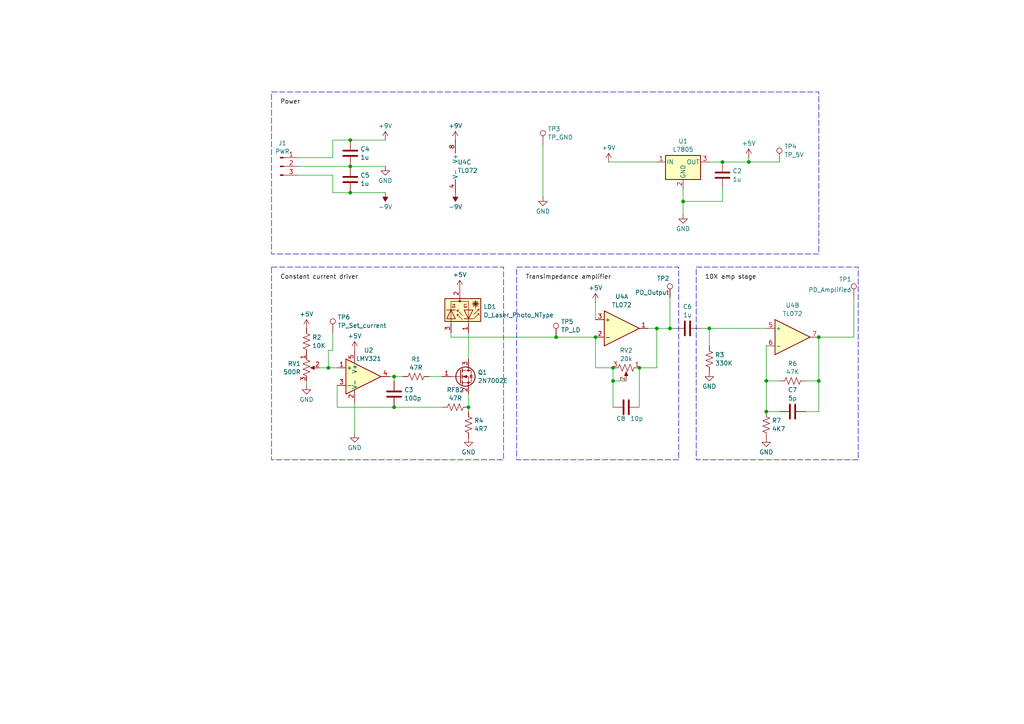
<source format=kicad_sch>
(kicad_sch (version 20250114) (generator "eeschema") (generator_version "9.0")
  (paper "A4")
  (lib_symbols
    (symbol "Amplifier_Operational:LMV321" (pin_names (offset 0.127))
      (property "Reference" "U" (at 0 5.08 0))
      (property "Value" "LMV321" (at 0 -5.08 0))
      (symbol "LMV321_0_1"
        (polyline (pts (xy -5.08 5.08) (xy 5.08 0) (xy -5.08 -5.08) (xy -5.08 5.08)) (stroke (width 0.254)) (fill (type background)))
        (pin power_in line (at -2.54 7.62 270) (length 3.81) (name "V+") (number "5"))
        (pin power_in line (at -2.54 -7.62 90) (length 3.81) (name "V-") (number "2"))
      )
      (symbol "LMV321_1_1"
        (pin input line (at -7.62 2.54 0) (length 2.54) (name "+") (number "1"))
        (pin input line (at -7.62 -2.54 0) (length 2.54) (name "-") (number "3"))
        (pin output line (at 7.62 0 180) (length 2.54) (name "~") (number "4"))
      )
    )
    (symbol "Amplifier_Operational:TL072" (pin_names (offset 0.127))
      (property "Reference" "U" (at 0 5.08 0))
      (property "Value" "TL072" (at 0 -5.08 0))
      (symbol "TL072_1_1"
        (polyline (pts (xy -5.08 5.08) (xy 5.08 0) (xy -5.08 -5.08) (xy -5.08 5.08)) (stroke (width 0.254)) (fill (type background)))
        (pin input line (at -7.62 2.54 0) (length 2.54) (name "+") (number "3"))
        (pin input line (at -7.62 -2.54 0) (length 2.54) (name "-") (number "2"))
        (pin output line (at 7.62 0 180) (length 2.54) (name "~") (number "1"))
      )
      (symbol "TL072_2_1"
        (polyline (pts (xy -5.08 5.08) (xy 5.08 0) (xy -5.08 -5.08) (xy -5.08 5.08)) (stroke (width 0.254)) (fill (type background)))
        (pin input line (at -7.62 2.54 0) (length 2.54) (name "+") (number "5"))
        (pin input line (at -7.62 -2.54 0) (length 2.54) (name "-") (number "6"))
        (pin output line (at 7.62 0 180) (length 2.54) (name "~") (number "7"))
      )
      (symbol "TL072_3_1"
        (pin power_in line (at -2.54 7.62 270) (length 3.81) (name "V+") (number "8"))
        (pin power_in line (at -2.54 -7.62 90) (length 3.81) (name "V-") (number "4"))
      )
    )
    (symbol "Connector:Conn_01x03_Pin" (pin_names (offset 1.016) (hide yes))
      (property "Reference" "J" (at 0 5.08 0))
      (property "Value" "Conn_01x03_Pin" (at 0 -5.08 0))
      (symbol "Conn_01x03_Pin_1_1"
        (rectangle (start 0.8636 2.667) (end 0 2.413) (stroke (width 0.1524)) (fill (type outline)))
        (rectangle (start 0.8636 0.127) (end 0 -0.127) (stroke (width 0.1524)) (fill (type outline)))
        (rectangle (start 0.8636 -2.413) (end 0 -2.667) (stroke (width 0.1524)) (fill (type outline)))
        (polyline (pts (xy 1.27 2.54) (xy 0.8636 2.54)) (stroke (width 0.1524)))
        (polyline (pts (xy 1.27 0) (xy 0.8636 0)) (stroke (width 0.1524)))
        (polyline (pts (xy 1.27 -2.54) (xy 0.8636 -2.54)) (stroke (width 0.1524)))
        (pin passive line (at 5.08 2.54 180) (length 3.81) (name "Pin_1") (number "1"))
        (pin passive line (at 5.08 0 180) (length 3.81) (name "Pin_2") (number "2"))
        (pin passive line (at 5.08 -2.54 180) (length 3.81) (name "Pin_3") (number "3"))
      )
    )
    (symbol "Connector:TestPoint" (pin_numbers (hide yes)) (pin_names (offset 0.762) (hide yes))
      (property "Reference" "TP" (at 0 6.858 0))
      (property "Value" "TestPoint" (at 0 5.08 0))
      (symbol "TestPoint_0_1"
        (circle (center 0 3.302) (radius 0.762))
      )
      (symbol "TestPoint_1_1"
        (pin passive line (at 0 0 90) (length 2.54) (name "1") (number "1"))
      )
    )
    (symbol "Device:C" (pin_numbers (hide yes)) (pin_names (offset 0.254))
      (property "Reference" "C" (at 0.635 2.54 0))
      (property "Value" "C" (at 0.635 -2.54 0))
      (symbol "C_0_1"
        (polyline (pts (xy -2.032 0.762) (xy 2.032 0.762)) (stroke (width 0.508)))
        (polyline (pts (xy -2.032 -0.762) (xy 2.032 -0.762)) (stroke (width 0.508)))
      )
      (symbol "C_1_1"
        (pin passive line (at 0 3.81 270) (length 2.794) (name "~") (number "1"))
        (pin passive line (at 0 -3.81 90) (length 2.794) (name "~") (number "2"))
      )
    )
    (symbol "Device:D_Laser_Photo_NType" (pin_names (hide yes))
      (property "Reference" "LD" (at 1.016 7.112 0))
      (property "Value" "D_Laser_Photo_NType" (at 1.016 -5.588 0))
      (symbol "D_Laser_Photo_NType_0_1"
        (polyline (pts (xy -2.54 0) (xy -1.524 0)))
        (polyline (pts (xy -1.524 5.334) (xy 0 3.81)))
        (polyline (pts (xy -1.524 4.826) (xy 0 4.318)))
        (polyline (pts (xy -1.524 4.318) (xy 0 4.826)))
        (polyline (pts (xy -1.524 3.81) (xy 0 5.334)))
        (circle (center -1.524 0) (radius 0.254) (fill (type outline)))
        (polyline (pts (xy -1.016 5.334) (xy -0.508 3.81)))
        (polyline (pts (xy -0.762 4.572) (xy -0.762 5.588)))
        (polyline (pts (xy -0.762 4.572) (xy -0.762 3.556)))
        (polyline (pts (xy -0.635 2.032) (xy -0.635 1.27) (xy -0.254 1.27)))
        (polyline (pts (xy -0.635 -1.397) (xy -0.635 -2.159)))
        (arc (start -0.508 -1.397) (mid -0.3298 -1.5875) (end -0.508 -1.778))
        (polyline (pts (xy -0.508 5.334) (xy -1.016 3.81)))
        (arc (start 0 2.032) (mid 0.3794 1.651) (end 0 1.27))
        (arc (start 0 -1.397) (mid 0.3794 -1.778) (end 0 -2.159))
        (polyline (pts (xy 0 2.032) (xy 0 1.27)))
        (polyline (pts (xy 0 -1.397) (xy 0 -2.159)))
        (polyline (pts (xy 0.762 5.588) (xy 1.27 5.588)))
        (polyline (pts (xy 0.762 4.572) (xy -1.778 4.572)))
        (polyline (pts (xy 1.016 -0.762) (xy 1.524 -0.762)))
        (polyline (pts (xy 1.016 -1.27) (xy 1.016 -3.81)) (stroke (width 0.2032)))
        (polyline (pts (xy 2.286 4.064) (xy 0.762 5.588) (xy 0.762 5.08)))
        (polyline (pts (xy 2.54 0.762) (xy 1.016 -0.762) (xy 1.016 -0.254)))
        (polyline (pts (xy 3.556 4.064) (xy 2.032 5.588) (xy 2.032 5.08) (xy 2.032 5.588) (xy 2.54 5.588)))
        (polyline (pts (xy 3.556 3.81) (xy 3.556 1.27)) (stroke (width 0.2032)))
        (polyline (pts (xy 3.556 -1.27) (xy 3.556 -3.81) (xy 1.016 -2.54) (xy 3.556 -1.27)) (stroke (width 0.2032)))
        (polyline (pts (xy 3.81 0.762) (xy 2.286 -0.762) (xy 2.286 -0.254) (xy 2.286 -0.762) (xy 2.794 -0.762)))
        (rectangle (start 4.318 6.096) (end -2.286 -4.318) (stroke (width 0.254)) (fill (type background)))
        (polyline (pts (xy 5.08 2.54) (xy -1.524 2.54) (xy -1.524 -2.54) (xy 5.08 -2.54)))
      )
      (symbol "D_Laser_Photo_NType_1_1"
        (polyline (pts (xy 1.016 3.81) (xy 1.016 1.27) (xy 3.556 2.54) (xy 1.016 3.81)) (stroke (width 0.2032)))
        (pin passive line (at -5.08 0 0) (length 2.54) (name "~") (number "2"))
        (pin passive line (at 7.62 2.54 180) (length 2.54) (name "~") (number "1"))
        (pin passive line (at 7.62 -2.54 180) (length 2.54) (name "~") (number "3"))
      )
    )
    (symbol "Device:R_Potentiometer_US" (pin_names (offset 1.016) (hide yes))
      (property "Reference" "RV" (at -4.445 0 90))
      (property "Value" "R_Potentiometer_US" (at -2.54 0 90))
      (symbol "R_Potentiometer_US_0_1"
        (polyline (pts (xy 0 2.54) (xy 0 2.286)))
        (polyline (pts (xy 0 2.286) (xy 1.016 1.905) (xy 0 1.524) (xy -1.016 1.143) (xy 0 0.762)))
        (polyline (pts (xy 0 0.762) (xy 1.016 0.381) (xy 0 0) (xy -1.016 -0.381) (xy 0 -0.762)))
        (polyline (pts (xy 0 -0.762) (xy 1.016 -1.143) (xy 0 -1.524) (xy -1.016 -1.905) (xy 0 -2.286)))
        (polyline (pts (xy 0 -2.286) (xy 0 -2.54)))
        (polyline (pts (xy 1.143 0) (xy 2.286 0.508) (xy 2.286 -0.508) (xy 1.143 0)) (fill (type outline)))
        (polyline (pts (xy 2.54 0) (xy 1.524 0)))
      )
      (symbol "R_Potentiometer_US_1_1"
        (pin passive line (at 0 3.81 270) (length 1.27) (name "1") (number "1"))
        (pin passive line (at 0 -3.81 90) (length 1.27) (name "3") (number "3"))
        (pin passive line (at 3.81 0 180) (length 1.27) (name "2") (number "2"))
      )
    )
    (symbol "Device:R_US" (pin_numbers (hide yes)) (pin_names (offset 0))
      (property "Reference" "R" (at 2.54 0 90))
      (property "Value" "R_US" (at -2.54 0 90))
      (symbol "R_US_0_1"
        (polyline (pts (xy 0 2.286) (xy 0 2.54)))
        (polyline (pts (xy 0 2.286) (xy 1.016 1.905) (xy 0 1.524) (xy -1.016 1.143) (xy 0 0.762)))
        (polyline (pts (xy 0 0.762) (xy 1.016 0.381) (xy 0 0) (xy -1.016 -0.381) (xy 0 -0.762)))
        (polyline (pts (xy 0 -0.762) (xy 1.016 -1.143) (xy 0 -1.524) (xy -1.016 -1.905) (xy 0 -2.286)))
        (polyline (pts (xy 0 -2.286) (xy 0 -2.54)))
      )
      (symbol "R_US_1_1"
        (pin passive line (at 0 3.81 270) (length 1.27) (name "~") (number "1"))
        (pin passive line (at 0 -3.81 90) (length 1.27) (name "~") (number "2"))
      )
    )
    (symbol "Regulator_Linear:L7805" (pin_names (offset 0.254))
      (property "Reference" "U" (at -3.81 3.175 0))
      (property "Value" "L7805" (at 0 3.175 0))
      (symbol "L7805_0_1"
        (rectangle (start -5.08 1.905) (end 5.08 -5.08) (stroke (width 0.254)) (fill (type background)))
      )
      (symbol "L7805_1_1"
        (pin power_in line (at -7.62 0 0) (length 2.54) (name "IN") (number "1"))
        (pin power_in line (at 0 -7.62 90) (length 2.54) (name "GND") (number "2"))
        (pin power_out line (at 7.62 0 180) (length 2.54) (name "OUT") (number "3"))
      )
    )
    (symbol "Transistor_FET:2N7002E" (pin_names (offset 0) (hide yes))
      (property "Reference" "Q" (at 5.08 1.905 0))
      (property "Value" "2N7002E" (at 5.08 0 0))
      (symbol "2N7002E_0_1"
        (polyline (pts (xy 0.254 1.905) (xy 0.254 -1.905)) (stroke (width 0.254)))
        (polyline (pts (xy 0.254 0) (xy -2.54 0)))
        (polyline (pts (xy 0.762 2.286) (xy 0.762 1.27)) (stroke (width 0.254)))
        (polyline (pts (xy 0.762 0.508) (xy 0.762 -0.508)) (stroke (width 0.254)))
        (polyline (pts (xy 0.762 -1.27) (xy 0.762 -2.286)) (stroke (width 0.254)))
        (polyline (pts (xy 0.762 -1.778) (xy 3.302 -1.778) (xy 3.302 1.778) (xy 0.762 1.778)))
        (polyline (pts (xy 1.016 0) (xy 2.032 0.381) (xy 2.032 -0.381) (xy 1.016 0)) (fill (type outline)))
        (circle (center 1.651 0) (radius 2.794) (stroke (width 0.254)))
        (polyline (pts (xy 2.54 2.54) (xy 2.54 1.778)))
        (circle (center 2.54 1.778) (radius 0.254) (fill (type outline)))
        (circle (center 2.54 -1.778) (radius 0.254) (fill (type outline)))
        (polyline (pts (xy 2.54 -2.54) (xy 2.54 0) (xy 0.762 0)))
        (polyline (pts (xy 2.921 0.381) (xy 3.683 0.381)))
        (polyline (pts (xy 3.302 0.381) (xy 2.921 -0.254) (xy 3.683 -0.254) (xy 3.302 0.381)))
      )
      (symbol "2N7002E_1_1"
        (pin input line (at -5.08 0 0) (length 2.54) (name "G") (number "1"))
        (pin passive line (at 2.54 5.08 270) (length 2.54) (name "D") (number "3"))
        (pin passive line (at 2.54 -5.08 90) (length 2.54) (name "S") (number "2"))
      )
    )
    (symbol "power:+5V" (power) (pin_numbers (hide yes)) (pin_names (offset 0) (hide yes))
      (property "Value" "+5V" (at 0 3.556 0))
      (symbol "+5V_0_1"
        (polyline (pts (xy -0.762 1.27) (xy 0 2.54)))
        (polyline (pts (xy 0 2.54) (xy 0.762 1.27)))
        (polyline (pts (xy 0 0) (xy 0 2.54)))
      )
      (symbol "+5V_1_1"
        (pin power_in line (at 0 0 90) (length 0) (name "~") (number "1"))
      )
    )
    (symbol "power:+9V" (power) (pin_numbers (hide yes)) (pin_names (offset 0) (hide yes))
      (property "Value" "+9V" (at 0 3.556 0))
      (symbol "+9V_0_1"
        (polyline (pts (xy -0.762 1.27) (xy 0 2.54)))
        (polyline (pts (xy 0 2.54) (xy 0.762 1.27)))
        (polyline (pts (xy 0 0) (xy 0 2.54)))
      )
      (symbol "+9V_1_1"
        (pin power_in line (at 0 0 90) (length 0) (name "~") (number "1"))
      )
    )
    (symbol "power:-9V" (power) (pin_numbers (hide yes)) (pin_names (offset 0) (hide yes))
      (property "Value" "-9V" (at 0 3.556 0))
      (symbol "-9V_0_1"
        (polyline (pts (xy 0 0) (xy 0 2.54)))
        (polyline (pts (xy 0.762 1.27) (xy -0.762 1.27) (xy 0 2.54) (xy 0.762 1.27)) (fill (type outline)))
      )
      (symbol "-9V_1_1"
        (pin power_in line (at 0 0 90) (length 0) (name "~") (number "1"))
      )
    )
    (symbol "power:GND" (power) (pin_numbers (hide yes)) (pin_names (offset 0) (hide yes))
      (property "Value" "GND" (at 0 -3.81 0))
      (symbol "GND_0_1"
        (polyline (pts (xy 0 0) (xy 0 -1.27) (xy 1.27 -1.27) (xy 0 -2.54) (xy -1.27 -1.27) (xy 0 -1.27)))
      )
      (symbol "GND_1_1"
        (pin power_in line (at 0 0 270) (length 0) (name "~") (number "1"))
      )
    )
  )
  (rectangle (start 78.74 26.67) (end 237.49 73.66) (stroke (width 0) (type dash)))
  (rectangle (start 149.86 77.47) (end 196.85 133.35) (stroke (width 0) (type dash)))
  (rectangle (start 201.93 77.47) (end 248.92 133.35) (stroke (width 0) (type dash)))
  (rectangle (start 78.74 77.47) (end 146.05 133.35) (stroke (width 0) (type dash)))
  (junction (at 101.6 55.88))
  (junction (at 217.17 46.99))
  (junction (at 222.25 110.49))
  (junction (at 237.49 110.49))
  (junction (at 205.74 95.25))
  (junction (at 135.89 118.11))
  (junction (at 172.72 97.79))
  (junction (at 198.12 58.42))
  (junction (at 114.3 109.22))
  (junction (at 237.49 97.79))
  (junction (at 177.8 106.68))
  (junction (at 101.6 40.64))
  (junction (at 185.42 106.68))
  (junction (at 209.55 46.99))
  (junction (at 194.31 95.25))
  (junction (at 222.25 119.38))
  (junction (at 190.5 95.25))
  (junction (at 161.29 97.79))
  (junction (at 101.6 48.26))
  (junction (at 95.25 106.68))
  (junction (at 177.8 110.49))
  (junction (at 114.3 118.11))
  (wire (pts (xy 177.8 110.49) (xy 181.61 110.49)))
  (wire (pts (xy 247.65 86.36) (xy 247.65 97.79)))
  (wire (pts (xy 237.49 110.49) (xy 237.49 119.38)))
  (wire (pts (xy 111.76 55.88) (xy 101.6 55.88)))
  (wire (pts (xy 185.42 106.68) (xy 185.42 118.11)))
  (wire (pts (xy 195.58 95.25) (xy 194.31 95.25)))
  (wire (pts (xy 97.79 118.11) (xy 114.3 118.11)))
  (wire (pts (xy 135.89 104.14) (xy 135.89 96.52)))
  (wire (pts (xy 194.31 95.25) (xy 190.5 95.25)))
  (wire (pts (xy 226.06 46.99) (xy 217.17 46.99)))
  (wire (pts (xy 217.17 46.99) (xy 209.55 46.99)))
  (wire (pts (xy 209.55 54.61) (xy 209.55 58.42)))
  (wire (pts (xy 226.06 119.38) (xy 222.25 119.38)))
  (wire (pts (xy 222.25 95.25) (xy 205.74 95.25)))
  (wire (pts (xy 124.46 109.22) (xy 128.27 109.22)))
  (wire (pts (xy 96.52 55.88) (xy 96.52 50.8)))
  (wire (pts (xy 209.55 46.99) (xy 205.74 46.99)))
  (wire (pts (xy 176.53 46.99) (xy 190.5 46.99)))
  (wire (pts (xy 101.6 55.88) (xy 96.52 55.88)))
  (wire (pts (xy 217.17 45.72) (xy 217.17 46.99)))
  (wire (pts (xy 172.72 106.68) (xy 177.8 106.68)))
  (wire (pts (xy 116.84 109.22) (xy 114.3 109.22)))
  (wire (pts (xy 190.5 95.25) (xy 187.96 95.25)))
  (wire (pts (xy 198.12 58.42) (xy 198.12 54.61)))
  (wire (pts (xy 205.74 100.33) (xy 205.74 95.25)))
  (wire (pts (xy 190.5 106.68) (xy 190.5 95.25)))
  (wire (pts (xy 111.76 48.26) (xy 101.6 48.26)))
  (wire (pts (xy 222.25 119.38) (xy 222.25 110.49)))
  (wire (pts (xy 172.72 106.68) (xy 172.72 97.79)))
  (wire (pts (xy 101.6 40.64) (xy 96.52 40.64)))
  (wire (pts (xy 97.79 118.11) (xy 97.79 111.76)))
  (wire (pts (xy 114.3 109.22) (xy 113.03 109.22)))
  (wire (pts (xy 185.42 106.68) (xy 190.5 106.68)))
  (wire (pts (xy 96.52 101.6) (xy 95.25 101.6)))
  (wire (pts (xy 88.9 111.76) (xy 88.9 110.49)))
  (wire (pts (xy 209.55 58.42) (xy 198.12 58.42)))
  (wire (pts (xy 222.25 110.49) (xy 222.25 100.33)))
  (wire (pts (xy 130.81 96.52) (xy 130.81 97.79)))
  (wire (pts (xy 237.49 110.49) (xy 237.49 97.79)))
  (wire (pts (xy 233.68 110.49) (xy 237.49 110.49)))
  (wire (pts (xy 95.25 101.6) (xy 95.25 106.68)))
  (wire (pts (xy 96.52 40.64) (xy 96.52 45.72)))
  (wire (pts (xy 96.52 96.52) (xy 96.52 101.6)))
  (wire (pts (xy 161.29 97.79) (xy 172.72 97.79)))
  (wire (pts (xy 130.81 97.79) (xy 161.29 97.79)))
  (wire (pts (xy 102.87 125.73) (xy 102.87 116.84)))
  (wire (pts (xy 114.3 118.11) (xy 128.27 118.11)))
  (wire (pts (xy 205.74 95.25) (xy 203.2 95.25)))
  (wire (pts (xy 96.52 50.8) (xy 86.36 50.8)))
  (wire (pts (xy 135.89 118.11) (xy 135.89 119.38)))
  (wire (pts (xy 96.52 45.72) (xy 86.36 45.72)))
  (wire (pts (xy 194.31 86.36) (xy 194.31 95.25)))
  (wire (pts (xy 172.72 87.63) (xy 172.72 92.71)))
  (wire (pts (xy 177.8 106.68) (xy 177.8 110.49)))
  (wire (pts (xy 114.3 110.49) (xy 114.3 109.22)))
  (wire (pts (xy 95.25 106.68) (xy 97.79 106.68)))
  (wire (pts (xy 101.6 48.26) (xy 86.36 48.26)))
  (wire (pts (xy 111.76 40.64) (xy 101.6 40.64)))
  (wire (pts (xy 92.71 106.68) (xy 95.25 106.68)))
  (wire (pts (xy 177.8 110.49) (xy 177.8 118.11)))
  (wire (pts (xy 247.65 97.79) (xy 237.49 97.79)))
  (wire (pts (xy 135.89 114.3) (xy 135.89 118.11)))
  (wire (pts (xy 237.49 119.38) (xy 233.68 119.38)))
  (wire (pts (xy 157.48 41.91) (xy 157.48 57.15)))
  (wire (pts (xy 226.06 110.49) (xy 222.25 110.49)))
  (wire (pts (xy 198.12 62.23) (xy 198.12 58.42)))
  (label "10X amp stage" (at 204.47 81.28 0))
  (label "Transimpedance amplifier" (at 152.4 81.28 0))
  (label "Power" (at 81.28 30.48 0))
  (label "Constant current driver" (at 81.28 81.28 0))
  (symbol (lib_id "Device:R_US") (at 132.08 118.11 270) (unit 1)
    (property "Reference" "RFB2" (at 132.08 113.0765 90))
    (property "Value" "47R" (at 132.08 115.5008 90))
    (property "Footprint" "Resistor_SMD:R_0805_2012Metric_Pad1.20x1.40mm_HandSolder" (effects (hide yes)))
    (property "Description" "Resistor, US symbol" (effects (hide yes)))
  )
  (symbol (lib_id "Device:C") (at 101.6 52.07 0) (unit 1)
    (property "Reference" "C5" (at 104.521 50.8578 0) (effects (justify left)))
    (property "Value" "1u" (at 104.521 53.2821 0) (effects (justify left)))
    (property "Footprint" "Capacitor_SMD:C_0805_2012Metric_Pad1.18x1.45mm_HandSolder" (effects (hide yes)))
    (property "Description" "Unpolarized capacitor" (effects (hide yes)))
  )
  (symbol (lib_id "Device:D_Laser_Photo_NType") (at 133.35 88.9 270) (unit 1)
    (property "Reference" "LD1" (at 140.208 88.9578 90) (effects (justify left)))
    (property "Value" "D_Laser_Photo_NType" (at 140.208 91.3821 90) (effects (justify left)))
    (property "Footprint" "Connector_JST:JST_PH_B3B-PH-K_1x03_P2.00mm_Vertical" (effects (hide yes)))
    (property "Datasheet" "http://www.egismos.disonhu.com/laser/diode-package.htm" (effects (hide yes)))
    (property "Description" "Laser diode with photodiode, center on pin 2, LD cathode on pin 1" (effects (hide yes)))
  )
  (symbol (lib_id "Device:C") (at 229.87 119.38 90) (unit 1)
    (property "Reference" "C7" (at 229.87 113.0765 90))
    (property "Value" "5p" (at 229.87 115.5008 90))
    (property "Footprint" "Capacitor_SMD:C_0805_2012Metric_Pad1.18x1.45mm_HandSolder" (effects (hide yes)))
    (property "Description" "Unpolarized capacitor" (effects (hide yes)))
  )
  (symbol (lib_id "power:GND") (at 205.74 107.95 0) (unit 1)
    (property "Reference" "#PWR014" (effects (hide yes)))
    (property "Value" "GND" (at 205.74 112.0831 0))
    (property "Description" "Power symbol creates a global label with name \"GND\" , ground" (effects (hide yes)))
  )
  (symbol (lib_id "Device:R_US") (at 135.89 123.19 0) (unit 1)
    (property "Reference" "R4" (at 137.541 121.9778 0) (effects (justify left)))
    (property "Value" "4R7" (at 137.541 124.4021 0) (effects (justify left)))
    (property "Footprint" "Resistor_SMD:R_0805_2012Metric_Pad1.20x1.40mm_HandSolder" (effects (hide yes)))
    (property "Description" "Resistor, US symbol" (effects (hide yes)))
  )
  (symbol (lib_id "power:GND") (at 157.48 57.15 0) (unit 1)
    (property "Reference" "#PWR017" (effects (hide yes)))
    (property "Value" "GND" (at 157.48 61.2831 0))
    (property "Description" "Power symbol creates a global label with name \"GND\" , ground" (effects (hide yes)))
  )
  (symbol (lib_id "Device:R_US") (at 88.9 99.06 0) (unit 1)
    (property "Reference" "R2" (at 90.551 97.8478 0) (effects (justify left)))
    (property "Value" "10K" (at 90.551 100.2721 0) (effects (justify left)))
    (property "Footprint" "Resistor_SMD:R_0805_2012Metric_Pad1.20x1.40mm_HandSolder" (effects (hide yes)))
    (property "Description" "Resistor, US symbol" (effects (hide yes)))
  )
  (symbol (lib_id "power:GND") (at 111.76 48.26 0) (unit 1)
    (property "Reference" "#PWR03" (effects (hide yes)))
    (property "Value" "GND" (at 111.76 52.3931 0))
    (property "Description" "Power symbol creates a global label with name \"GND\" , ground" (effects (hide yes)))
  )
  (symbol (lib_id "Device:C") (at 199.39 95.25 90) (unit 1)
    (property "Reference" "C6" (at 199.39 88.9465 90))
    (property "Value" "1u" (at 199.39 91.3708 90))
    (property "Footprint" "Capacitor_SMD:C_0805_2012Metric_Pad1.18x1.45mm_HandSolder" (effects (hide yes)))
    (property "Description" "Unpolarized capacitor" (effects (hide yes)))
  )
  (symbol (lib_id "Device:R_Potentiometer_US") (at 181.61 106.68 270) (unit 1)
    (property "Reference" "RV2" (at 181.61 101.6465 90))
    (property "Value" "20k" (at 181.61 104.0708 90))
    (property "Footprint" "Potentiometer_THT:Potentiometer_Bourns_3296W_Vertical" (effects (hide yes)))
    (property "Description" "Potentiometer, US symbol" (effects (hide yes)))
  )
  (symbol (lib_id "power:+5V") (at 88.9 95.25 0) (unit 1)
    (property "Reference" "#PWR011" (effects (hide yes)))
    (property "Value" "+5V" (at 88.9 91.1169 0))
    (property "Description" "Power symbol creates a global label with name \"+5V\"" (effects (hide yes)))
  )
  (symbol (lib_id "power:-9V") (at 111.76 55.88 180) (unit 1)
    (property "Reference" "#PWR02" (effects (hide yes)))
    (property "Value" "-9V" (at 111.76 60.0131 0))
    (property "Description" "Power symbol creates a global label with name \"-9V\"" (effects (hide yes)))
  )
  (symbol (lib_id "power:+9V") (at 132.08 40.64 0) (unit 1)
    (property "Reference" "#PWR012" (effects (hide yes)))
    (property "Value" "+9V" (at 132.08 36.5069 0))
    (property "Description" "Power symbol creates a global label with name \"+9V\"" (effects (hide yes)))
  )
  (symbol (lib_id "Amplifier_Operational:TL072") (at 229.87 97.79 0) (unit 2)
    (property "Reference" "U4" (at 229.87 88.5655 0))
    (property "Value" "TL072" (at 229.87 90.9898 0))
    (property "Footprint" "Package_SO:SO-8_3.9x4.9mm_P1.27mm" (effects (hide yes)))
    (property "Datasheet" "http://www.ti.com/lit/ds/symlink/tl071.pdf" (effects (hide yes)))
    (property "Description" "Dual Low-Noise JFET-Input Operational Amplifiers, DIP-8/SOIC-8" (effects (hide yes)))
  )
  (symbol (lib_id "Connector:TestPoint") (at 247.65 86.36 0) (unit 1)
    (property "Reference" "TP1" (at 243.332 81.026 0) (effects (justify left)))
    (property "Value" "PD_Amplified" (at 234.442 84.074 0) (effects (justify left)))
    (property "Footprint" "Connector_PinHeader_2.54mm:PinHeader_1x01_P2.54mm_Vertical" (effects (hide yes)))
    (property "Description" "test point" (effects (hide yes)))
  )
  (symbol (lib_id "Transistor_FET:2N7002E") (at 133.35 109.22 0) (unit 1)
    (property "Reference" "Q1" (at 138.557 108.0078 0) (effects (justify left)))
    (property "Value" "2N7002E" (at 138.557 110.4321 0) (effects (justify left)))
    (property "Footprint" "Package_TO_SOT_SMD:SOT-23" (effects (hide yes)))
    (property "Datasheet" "http://www.diodes.com/assets/Datasheets/ds30376.pdf" (effects (hide yes)))
    (property "Description" "0.24A Id, 60V Vds, N-Channel MOSFET, SOT-23" (effects (hide yes)))
  )
  (symbol (lib_id "Connector:TestPoint") (at 161.29 97.79 0) (unit 1)
    (property "Reference" "TP5" (at 162.687 93.2758 0) (effects (justify left)))
    (property "Value" "TP_LD" (at 162.687 95.7001 0) (effects (justify left)))
    (property "Footprint" "Connector_PinHeader_2.54mm:PinHeader_1x01_P2.54mm_Vertical" (effects (hide yes)))
    (property "Description" "test point" (effects (hide yes)))
  )
  (symbol (lib_id "power:+5V") (at 172.72 87.63 0) (unit 1)
    (property "Reference" "#PWR010" (effects (hide yes)))
    (property "Value" "+5V" (at 172.72 83.4969 0))
    (property "Description" "Power symbol creates a global label with name \"+5V\"" (effects (hide yes)))
  )
  (symbol (lib_id "power:GND") (at 102.87 125.73 0) (unit 1)
    (property "Reference" "#PWR08" (effects (hide yes)))
    (property "Value" "GND" (at 102.87 129.8631 0))
    (property "Description" "Power symbol creates a global label with name \"GND\" , ground" (effects (hide yes)))
  )
  (symbol (lib_id "power:GND") (at 198.12 62.23 0) (unit 1)
    (property "Reference" "#PWR05" (effects (hide yes)))
    (property "Value" "GND" (at 198.12 66.3631 0))
    (property "Description" "Power symbol creates a global label with name \"GND\" , ground" (effects (hide yes)))
  )
  (symbol (lib_id "power:-9V") (at 132.08 55.88 180) (unit 1)
    (property "Reference" "#PWR016" (effects (hide yes)))
    (property "Value" "-9V" (at 132.08 60.0131 0))
    (property "Description" "Power symbol creates a global label with name \"-9V\"" (effects (hide yes)))
  )
  (symbol (lib_id "power:GND") (at 135.89 127 0) (unit 1)
    (property "Reference" "#PWR013" (effects (hide yes)))
    (property "Value" "GND" (at 135.89 131.1331 0))
    (property "Description" "Power symbol creates a global label with name \"GND\" , ground" (effects (hide yes)))
  )
  (symbol (lib_id "Amplifier_Operational:TL072") (at 180.34 95.25 0) (unit 1)
    (property "Reference" "U4" (at 180.34 86.0255 0))
    (property "Value" "TL072" (at 180.34 88.4498 0))
    (property "Footprint" "Package_SO:SO-8_3.9x4.9mm_P1.27mm" (effects (hide yes)))
    (property "Datasheet" "http://www.ti.com/lit/ds/symlink/tl071.pdf" (effects (hide yes)))
    (property "Description" "Dual Low-Noise JFET-Input Operational Amplifiers, DIP-8/SOIC-8" (effects (hide yes)))
  )
  (symbol (lib_id "Amplifier_Operational:LMV321") (at 105.41 109.22 0) (unit 1)
    (property "Reference" "U2" (at 106.934 101.6 0))
    (property "Value" "LMV321" (at 106.934 104.0243 0))
    (property "Footprint" "Package_TO_SOT_SMD:SOT-23-5_HandSoldering" (effects (hide yes)))
    (property "Datasheet" "http://www.ti.com/lit/ds/symlink/lmv324.pdf" (effects (hide yes)))
    (property "Description" "Low-Voltage Rail-to-Rail Output Operational Amplifiers, SOT-23-5/SC-70-5" (effects (hide yes)))
  )
  (symbol (lib_id "Connector:Conn_01x03_Pin") (at 81.28 48.26 0) (unit 1)
    (property "Reference" "J1" (at 81.915 41.4993 0))
    (property "Value" "PWR" (at 81.915 43.9236 0))
    (property "Footprint" "Connector_JST:JST_XH_B3B-XH-A_1x03_P2.50mm_Vertical" (effects (hide yes)))
    (property "Description" "Generic connector, single row, 01x03, script generated" (effects (hide yes)))
  )
  (symbol (lib_id "Connector:TestPoint") (at 194.31 86.36 0) (unit 1)
    (property "Reference" "TP2" (at 190.5 80.772 0) (effects (justify left)))
    (property "Value" "PD_Output" (at 184.15 84.836 0) (effects (justify left)))
    (property "Footprint" "Connector_PinHeader_2.54mm:PinHeader_1x01_P2.54mm_Vertical" (effects (hide yes)))
    (property "Description" "test point" (effects (hide yes)))
  )
  (symbol (lib_id "Device:C") (at 101.6 44.45 0) (unit 1)
    (property "Reference" "C4" (at 104.521 43.2378 0) (effects (justify left)))
    (property "Value" "1u" (at 104.521 45.6621 0) (effects (justify left)))
    (property "Footprint" "Capacitor_SMD:C_0805_2012Metric_Pad1.18x1.45mm_HandSolder" (effects (hide yes)))
    (property "Description" "Unpolarized capacitor" (effects (hide yes)))
  )
  (symbol (lib_id "Device:R_Potentiometer_US") (at 88.9 106.68 0) (unit 1)
    (property "Reference" "RV1" (at 87.249 105.4678 0) (effects (justify right)))
    (property "Value" "500R" (at 87.249 107.8921 0) (effects (justify right)))
    (property "Footprint" "Potentiometer_THT:Potentiometer_Bourns_3296W_Vertical" (effects (hide yes)))
    (property "Description" "Potentiometer, US symbol" (effects (hide yes)))
  )
  (symbol (lib_id "Device:C") (at 209.55 50.8 0) (unit 1)
    (property "Reference" "C2" (at 212.471 49.5878 0) (effects (justify left)))
    (property "Value" "1u" (at 212.471 52.0121 0) (effects (justify left)))
    (property "Footprint" "Capacitor_SMD:C_0805_2012Metric_Pad1.18x1.45mm_HandSolder" (effects (hide yes)))
    (property "Description" "Unpolarized capacitor" (effects (hide yes)))
  )
  (symbol (lib_id "power:+9V") (at 176.53 46.99 0) (unit 1)
    (property "Reference" "#PWR04" (effects (hide yes)))
    (property "Value" "+9V" (at 176.53 42.8569 0))
    (property "Description" "Power symbol creates a global label with name \"+9V\"" (effects (hide yes)))
  )
  (symbol (lib_id "power:GND") (at 88.9 111.76 0) (unit 1)
    (property "Reference" "#PWR09" (effects (hide yes)))
    (property "Value" "GND" (at 88.9 115.8931 0))
    (property "Description" "Power symbol creates a global label with name \"GND\" , ground" (effects (hide yes)))
  )
  (symbol (lib_id "Connector:TestPoint") (at 226.06 46.99 0) (unit 1)
    (property "Reference" "TP4" (at 227.457 42.4758 0) (effects (justify left)))
    (property "Value" "TP_5V" (at 227.457 44.9001 0) (effects (justify left)))
    (property "Footprint" "Connector_PinHeader_2.54mm:PinHeader_1x01_P2.54mm_Vertical" (effects (hide yes)))
    (property "Description" "test point" (effects (hide yes)))
  )
  (symbol (lib_id "power:+9V") (at 111.76 40.64 0) (unit 1)
    (property "Reference" "#PWR01" (effects (hide yes)))
    (property "Value" "+9V" (at 111.76 36.5069 0))
    (property "Description" "Power symbol creates a global label with name \"+9V\"" (effects (hide yes)))
  )
  (symbol (lib_id "power:GND") (at 222.25 127 0) (unit 1)
    (property "Reference" "#PWR015" (effects (hide yes)))
    (property "Value" "GND" (at 222.25 131.1331 0))
    (property "Description" "Power symbol creates a global label with name \"GND\" , ground" (effects (hide yes)))
  )
  (symbol (lib_id "Regulator_Linear:L7805") (at 198.12 46.99 0) (unit 1)
    (property "Reference" "U1" (at 198.12 40.9405 0))
    (property "Value" "L7805" (at 198.12 43.3648 0))
    (property "Footprint" "Package_TO_SOT_SMD:TO-252-2" (effects (hide yes)))
    (property "Datasheet" "http://www.st.com/content/ccc/resource/technical/document/datasheet/41/4f/b3/b0/12/d4/47/88/CD00000444.pdf/files/CD00000444.pdf/jcr:content/translations/en.CD00000444.pdf" (effects (hide yes)))
    (property "Description" "Positive 1.5A 35V Linear Regulator, Fixed Output 5V, TO-220/TO-263/TO-252" (effects (hide yes)))
  )
  (symbol (lib_id "Device:R_US") (at 205.74 104.14 0) (unit 1)
    (property "Reference" "R3" (at 207.391 102.9278 0) (effects (justify left)))
    (property "Value" "330K" (at 207.391 105.3521 0) (effects (justify left)))
    (property "Footprint" "Resistor_SMD:R_0805_2012Metric_Pad1.20x1.40mm_HandSolder" (effects (hide yes)))
    (property "Description" "Resistor, US symbol" (effects (hide yes)))
  )
  (symbol (lib_id "Device:R_US") (at 222.25 123.19 0) (unit 1)
    (property "Reference" "R7" (at 223.901 121.9778 0) (effects (justify left)))
    (property "Value" "4K7" (at 223.901 124.4021 0) (effects (justify left)))
    (property "Footprint" "Resistor_SMD:R_0805_2012Metric_Pad1.20x1.40mm_HandSolder" (effects (hide yes)))
    (property "Description" "Resistor, US symbol" (effects (hide yes)))
  )
  (symbol (lib_id "Connector:TestPoint") (at 96.52 96.52 0) (unit 1)
    (property "Reference" "TP6" (at 97.917 92.0058 0) (effects (justify left)))
    (property "Value" "TP_Set_current" (at 97.917 94.4301 0) (effects (justify left)))
    (property "Footprint" "Connector_PinHeader_2.54mm:PinHeader_1x01_P2.54mm_Vertical" (effects (hide yes)))
    (property "Description" "test point" (effects (hide yes)))
  )
  (symbol (lib_id "Device:C") (at 181.61 118.11 90) (unit 1)
    (property "Reference" "C8" (at 180.086 121.412 90))
    (property "Value" "10p" (at 184.658 121.412 90))
    (property "Footprint" "Capacitor_SMD:C_0805_2012Metric_Pad1.18x1.45mm_HandSolder" (effects (hide yes)))
    (property "Description" "Unpolarized capacitor" (effects (hide yes)))
  )
  (symbol (lib_id "Device:R_US") (at 229.87 110.49 90) (unit 1)
    (property "Reference" "R6" (at 229.87 105.4565 90))
    (property "Value" "47K" (at 229.87 107.8808 90))
    (property "Footprint" "Resistor_SMD:R_0805_2012Metric_Pad1.20x1.40mm_HandSolder" (effects (hide yes)))
    (property "Description" "Resistor, US symbol" (effects (hide yes)))
  )
  (symbol (lib_id "power:+5V") (at 217.17 45.72 0) (unit 1)
    (property "Reference" "#PWR06" (effects (hide yes)))
    (property "Value" "+5V" (at 217.17 41.5869 0))
    (property "Description" "Power symbol creates a global label with name \"+5V\"" (effects (hide yes)))
  )
  (symbol (lib_id "Connector:TestPoint") (at 157.48 41.91 0) (unit 1)
    (property "Reference" "TP3" (at 158.877 37.3958 0) (effects (justify left)))
    (property "Value" "TP_GND" (at 158.877 39.8201 0) (effects (justify left)))
    (property "Footprint" "Connector_PinHeader_2.54mm:PinHeader_1x01_P2.54mm_Vertical" (effects (hide yes)))
    (property "Description" "test point" (effects (hide yes)))
  )
  (symbol (lib_id "power:+5V") (at 133.35 83.82 0) (unit 1)
    (property "Reference" "#PWR018" (effects (hide yes)))
    (property "Value" "+5V" (at 133.35 79.6869 0))
    (property "Description" "Power symbol creates a global label with name \"+5V\"" (effects (hide yes)))
  )
  (symbol (lib_id "Device:C") (at 114.3 114.3 0) (unit 1)
    (property "Reference" "C3" (at 117.221 113.0878 0) (effects (justify left)))
    (property "Value" "100p" (at 117.221 115.5121 0) (effects (justify left)))
    (property "Footprint" "Capacitor_SMD:C_0805_2012Metric_Pad1.18x1.45mm_HandSolder" (effects (hide yes)))
    (property "Description" "Unpolarized capacitor" (effects (hide yes)))
  )
  (symbol (lib_id "Amplifier_Operational:TL072") (at 134.62 48.26 0) (unit 3)
    (property "Reference" "U4" (at 132.715 47.0478 0) (effects (justify left)))
    (property "Value" "TL072" (at 132.715 49.4721 0) (effects (justify left)))
    (property "Footprint" "Package_SO:SO-8_3.9x4.9mm_P1.27mm" (effects (hide yes)))
    (property "Datasheet" "http://www.ti.com/lit/ds/symlink/tl071.pdf" (effects (hide yes)))
    (property "Description" "Dual Low-Noise JFET-Input Operational Amplifiers, DIP-8/SOIC-8" (effects (hide yes)))
  )
  (symbol (lib_id "power:+5V") (at 102.87 101.6 0) (unit 1)
    (property "Reference" "#PWR07" (effects (hide yes)))
    (property "Value" "+5V" (at 102.87 97.4669 0))
    (property "Description" "Power symbol creates a global label with name \"+5V\"" (effects (hide yes)))
  )
  (symbol (lib_id "Device:R_US") (at 120.65 109.22 90) (unit 1)
    (property "Reference" "R1" (at 120.65 104.1865 90))
    (property "Value" "47R" (at 120.65 106.6108 90))
    (property "Footprint" "Resistor_SMD:R_0805_2012Metric_Pad1.20x1.40mm_HandSolder" (effects (hide yes)))
    (property "Description" "Resistor, US symbol" (effects (hide yes)))
  )
)
</source>
